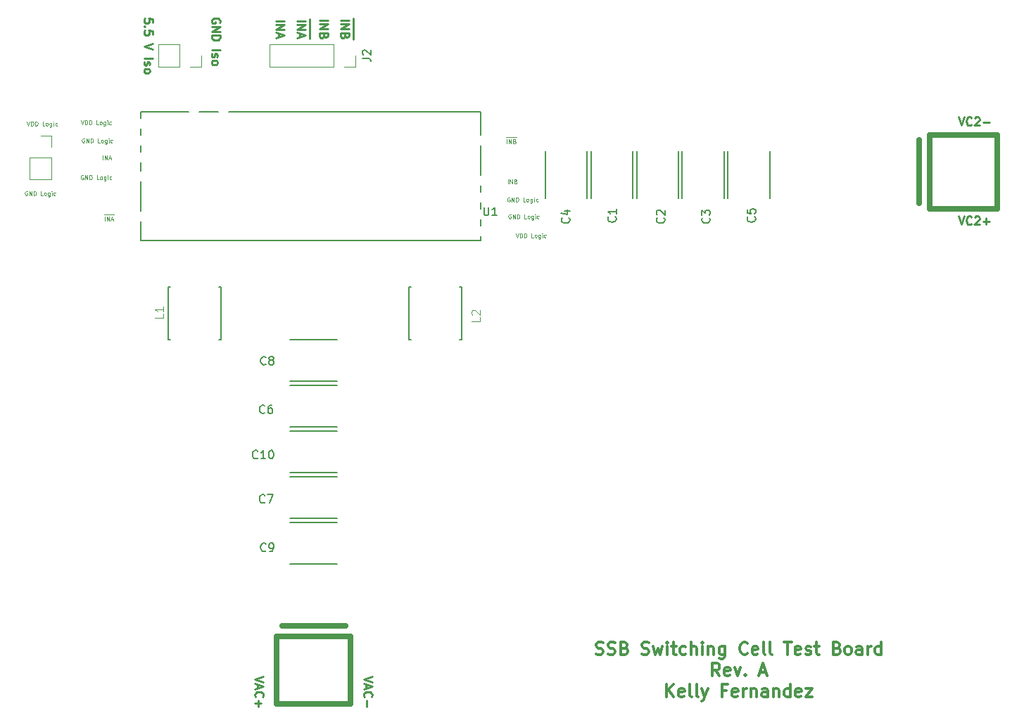
<source format=gbr>
G04 #@! TF.GenerationSoftware,KiCad,Pcbnew,(5.0.0)*
G04 #@! TF.CreationDate,2019-07-23T14:55:15-07:00*
G04 #@! TF.ProjectId,Test Project,546573742050726F6A6563742E6B6963,rev?*
G04 #@! TF.SameCoordinates,Original*
G04 #@! TF.FileFunction,Legend,Top*
G04 #@! TF.FilePolarity,Positive*
%FSLAX46Y46*%
G04 Gerber Fmt 4.6, Leading zero omitted, Abs format (unit mm)*
G04 Created by KiCad (PCBNEW (5.0.0)) date 07/23/19 14:55:15*
%MOMM*%
%LPD*%
G01*
G04 APERTURE LIST*
%ADD10C,0.300000*%
%ADD11C,0.125000*%
%ADD12C,0.250000*%
%ADD13C,0.120000*%
%ADD14C,0.150000*%
%ADD15C,0.635000*%
%ADD16C,0.200000*%
%ADD17C,0.111125*%
G04 APERTURE END LIST*
D10*
X71821428Y9942857D02*
X72035714Y9871428D01*
X72392857Y9871428D01*
X72535714Y9942857D01*
X72607142Y10014285D01*
X72678571Y10157142D01*
X72678571Y10300000D01*
X72607142Y10442857D01*
X72535714Y10514285D01*
X72392857Y10585714D01*
X72107142Y10657142D01*
X71964285Y10728571D01*
X71892857Y10800000D01*
X71821428Y10942857D01*
X71821428Y11085714D01*
X71892857Y11228571D01*
X71964285Y11300000D01*
X72107142Y11371428D01*
X72464285Y11371428D01*
X72678571Y11300000D01*
X73250000Y9942857D02*
X73464285Y9871428D01*
X73821428Y9871428D01*
X73964285Y9942857D01*
X74035714Y10014285D01*
X74107142Y10157142D01*
X74107142Y10300000D01*
X74035714Y10442857D01*
X73964285Y10514285D01*
X73821428Y10585714D01*
X73535714Y10657142D01*
X73392857Y10728571D01*
X73321428Y10800000D01*
X73250000Y10942857D01*
X73250000Y11085714D01*
X73321428Y11228571D01*
X73392857Y11300000D01*
X73535714Y11371428D01*
X73892857Y11371428D01*
X74107142Y11300000D01*
X75250000Y10657142D02*
X75464285Y10585714D01*
X75535714Y10514285D01*
X75607142Y10371428D01*
X75607142Y10157142D01*
X75535714Y10014285D01*
X75464285Y9942857D01*
X75321428Y9871428D01*
X74750000Y9871428D01*
X74750000Y11371428D01*
X75250000Y11371428D01*
X75392857Y11300000D01*
X75464285Y11228571D01*
X75535714Y11085714D01*
X75535714Y10942857D01*
X75464285Y10800000D01*
X75392857Y10728571D01*
X75250000Y10657142D01*
X74750000Y10657142D01*
X77321428Y9942857D02*
X77535714Y9871428D01*
X77892857Y9871428D01*
X78035714Y9942857D01*
X78107142Y10014285D01*
X78178571Y10157142D01*
X78178571Y10300000D01*
X78107142Y10442857D01*
X78035714Y10514285D01*
X77892857Y10585714D01*
X77607142Y10657142D01*
X77464285Y10728571D01*
X77392857Y10800000D01*
X77321428Y10942857D01*
X77321428Y11085714D01*
X77392857Y11228571D01*
X77464285Y11300000D01*
X77607142Y11371428D01*
X77964285Y11371428D01*
X78178571Y11300000D01*
X78678571Y10871428D02*
X78964285Y9871428D01*
X79250000Y10585714D01*
X79535714Y9871428D01*
X79821428Y10871428D01*
X80392857Y9871428D02*
X80392857Y10871428D01*
X80392857Y11371428D02*
X80321428Y11300000D01*
X80392857Y11228571D01*
X80464285Y11300000D01*
X80392857Y11371428D01*
X80392857Y11228571D01*
X80892857Y10871428D02*
X81464285Y10871428D01*
X81107142Y11371428D02*
X81107142Y10085714D01*
X81178571Y9942857D01*
X81321428Y9871428D01*
X81464285Y9871428D01*
X82607142Y9942857D02*
X82464285Y9871428D01*
X82178571Y9871428D01*
X82035714Y9942857D01*
X81964285Y10014285D01*
X81892857Y10157142D01*
X81892857Y10585714D01*
X81964285Y10728571D01*
X82035714Y10800000D01*
X82178571Y10871428D01*
X82464285Y10871428D01*
X82607142Y10800000D01*
X83250000Y9871428D02*
X83250000Y11371428D01*
X83892857Y9871428D02*
X83892857Y10657142D01*
X83821428Y10800000D01*
X83678571Y10871428D01*
X83464285Y10871428D01*
X83321428Y10800000D01*
X83250000Y10728571D01*
X84607142Y9871428D02*
X84607142Y10871428D01*
X84607142Y11371428D02*
X84535714Y11300000D01*
X84607142Y11228571D01*
X84678571Y11300000D01*
X84607142Y11371428D01*
X84607142Y11228571D01*
X85321428Y10871428D02*
X85321428Y9871428D01*
X85321428Y10728571D02*
X85392857Y10800000D01*
X85535714Y10871428D01*
X85750000Y10871428D01*
X85892857Y10800000D01*
X85964285Y10657142D01*
X85964285Y9871428D01*
X87321428Y10871428D02*
X87321428Y9657142D01*
X87250000Y9514285D01*
X87178571Y9442857D01*
X87035714Y9371428D01*
X86821428Y9371428D01*
X86678571Y9442857D01*
X87321428Y9942857D02*
X87178571Y9871428D01*
X86892857Y9871428D01*
X86750000Y9942857D01*
X86678571Y10014285D01*
X86607142Y10157142D01*
X86607142Y10585714D01*
X86678571Y10728571D01*
X86750000Y10800000D01*
X86892857Y10871428D01*
X87178571Y10871428D01*
X87321428Y10800000D01*
X90035714Y10014285D02*
X89964285Y9942857D01*
X89750000Y9871428D01*
X89607142Y9871428D01*
X89392857Y9942857D01*
X89250000Y10085714D01*
X89178571Y10228571D01*
X89107142Y10514285D01*
X89107142Y10728571D01*
X89178571Y11014285D01*
X89250000Y11157142D01*
X89392857Y11300000D01*
X89607142Y11371428D01*
X89750000Y11371428D01*
X89964285Y11300000D01*
X90035714Y11228571D01*
X91250000Y9942857D02*
X91107142Y9871428D01*
X90821428Y9871428D01*
X90678571Y9942857D01*
X90607142Y10085714D01*
X90607142Y10657142D01*
X90678571Y10800000D01*
X90821428Y10871428D01*
X91107142Y10871428D01*
X91250000Y10800000D01*
X91321428Y10657142D01*
X91321428Y10514285D01*
X90607142Y10371428D01*
X92178571Y9871428D02*
X92035714Y9942857D01*
X91964285Y10085714D01*
X91964285Y11371428D01*
X92964285Y9871428D02*
X92821428Y9942857D01*
X92750000Y10085714D01*
X92750000Y11371428D01*
X94464285Y11371428D02*
X95321428Y11371428D01*
X94892857Y9871428D02*
X94892857Y11371428D01*
X96392857Y9942857D02*
X96250000Y9871428D01*
X95964285Y9871428D01*
X95821428Y9942857D01*
X95750000Y10085714D01*
X95750000Y10657142D01*
X95821428Y10800000D01*
X95964285Y10871428D01*
X96250000Y10871428D01*
X96392857Y10800000D01*
X96464285Y10657142D01*
X96464285Y10514285D01*
X95750000Y10371428D01*
X97035714Y9942857D02*
X97178571Y9871428D01*
X97464285Y9871428D01*
X97607142Y9942857D01*
X97678571Y10085714D01*
X97678571Y10157142D01*
X97607142Y10300000D01*
X97464285Y10371428D01*
X97250000Y10371428D01*
X97107142Y10442857D01*
X97035714Y10585714D01*
X97035714Y10657142D01*
X97107142Y10800000D01*
X97250000Y10871428D01*
X97464285Y10871428D01*
X97607142Y10800000D01*
X98107142Y10871428D02*
X98678571Y10871428D01*
X98321428Y11371428D02*
X98321428Y10085714D01*
X98392857Y9942857D01*
X98535714Y9871428D01*
X98678571Y9871428D01*
X100821428Y10657142D02*
X101035714Y10585714D01*
X101107142Y10514285D01*
X101178571Y10371428D01*
X101178571Y10157142D01*
X101107142Y10014285D01*
X101035714Y9942857D01*
X100892857Y9871428D01*
X100321428Y9871428D01*
X100321428Y11371428D01*
X100821428Y11371428D01*
X100964285Y11300000D01*
X101035714Y11228571D01*
X101107142Y11085714D01*
X101107142Y10942857D01*
X101035714Y10800000D01*
X100964285Y10728571D01*
X100821428Y10657142D01*
X100321428Y10657142D01*
X102035714Y9871428D02*
X101892857Y9942857D01*
X101821428Y10014285D01*
X101750000Y10157142D01*
X101750000Y10585714D01*
X101821428Y10728571D01*
X101892857Y10800000D01*
X102035714Y10871428D01*
X102250000Y10871428D01*
X102392857Y10800000D01*
X102464285Y10728571D01*
X102535714Y10585714D01*
X102535714Y10157142D01*
X102464285Y10014285D01*
X102392857Y9942857D01*
X102250000Y9871428D01*
X102035714Y9871428D01*
X103821428Y9871428D02*
X103821428Y10657142D01*
X103750000Y10800000D01*
X103607142Y10871428D01*
X103321428Y10871428D01*
X103178571Y10800000D01*
X103821428Y9942857D02*
X103678571Y9871428D01*
X103321428Y9871428D01*
X103178571Y9942857D01*
X103107142Y10085714D01*
X103107142Y10228571D01*
X103178571Y10371428D01*
X103321428Y10442857D01*
X103678571Y10442857D01*
X103821428Y10514285D01*
X104535714Y9871428D02*
X104535714Y10871428D01*
X104535714Y10585714D02*
X104607142Y10728571D01*
X104678571Y10800000D01*
X104821428Y10871428D01*
X104964285Y10871428D01*
X106107142Y9871428D02*
X106107142Y11371428D01*
X106107142Y9942857D02*
X105964285Y9871428D01*
X105678571Y9871428D01*
X105535714Y9942857D01*
X105464285Y10014285D01*
X105392857Y10157142D01*
X105392857Y10585714D01*
X105464285Y10728571D01*
X105535714Y10800000D01*
X105678571Y10871428D01*
X105964285Y10871428D01*
X106107142Y10800000D01*
X86678571Y7321428D02*
X86178571Y8035714D01*
X85821428Y7321428D02*
X85821428Y8821428D01*
X86392857Y8821428D01*
X86535714Y8750000D01*
X86607142Y8678571D01*
X86678571Y8535714D01*
X86678571Y8321428D01*
X86607142Y8178571D01*
X86535714Y8107142D01*
X86392857Y8035714D01*
X85821428Y8035714D01*
X87892857Y7392857D02*
X87750000Y7321428D01*
X87464285Y7321428D01*
X87321428Y7392857D01*
X87250000Y7535714D01*
X87250000Y8107142D01*
X87321428Y8250000D01*
X87464285Y8321428D01*
X87750000Y8321428D01*
X87892857Y8250000D01*
X87964285Y8107142D01*
X87964285Y7964285D01*
X87250000Y7821428D01*
X88464285Y8321428D02*
X88821428Y7321428D01*
X89178571Y8321428D01*
X89750000Y7464285D02*
X89821428Y7392857D01*
X89750000Y7321428D01*
X89678571Y7392857D01*
X89750000Y7464285D01*
X89750000Y7321428D01*
X91535714Y7750000D02*
X92250000Y7750000D01*
X91392857Y7321428D02*
X91892857Y8821428D01*
X92392857Y7321428D01*
X80321428Y4771428D02*
X80321428Y6271428D01*
X81178571Y4771428D02*
X80535714Y5628571D01*
X81178571Y6271428D02*
X80321428Y5414285D01*
X82392857Y4842857D02*
X82250000Y4771428D01*
X81964285Y4771428D01*
X81821428Y4842857D01*
X81750000Y4985714D01*
X81750000Y5557142D01*
X81821428Y5700000D01*
X81964285Y5771428D01*
X82250000Y5771428D01*
X82392857Y5700000D01*
X82464285Y5557142D01*
X82464285Y5414285D01*
X81750000Y5271428D01*
X83321428Y4771428D02*
X83178571Y4842857D01*
X83107142Y4985714D01*
X83107142Y6271428D01*
X84107142Y4771428D02*
X83964285Y4842857D01*
X83892857Y4985714D01*
X83892857Y6271428D01*
X84535714Y5771428D02*
X84892857Y4771428D01*
X85250000Y5771428D02*
X84892857Y4771428D01*
X84750000Y4414285D01*
X84678571Y4342857D01*
X84535714Y4271428D01*
X87464285Y5557142D02*
X86964285Y5557142D01*
X86964285Y4771428D02*
X86964285Y6271428D01*
X87678571Y6271428D01*
X88821428Y4842857D02*
X88678571Y4771428D01*
X88392857Y4771428D01*
X88250000Y4842857D01*
X88178571Y4985714D01*
X88178571Y5557142D01*
X88250000Y5700000D01*
X88392857Y5771428D01*
X88678571Y5771428D01*
X88821428Y5700000D01*
X88892857Y5557142D01*
X88892857Y5414285D01*
X88178571Y5271428D01*
X89535714Y4771428D02*
X89535714Y5771428D01*
X89535714Y5485714D02*
X89607142Y5628571D01*
X89678571Y5700000D01*
X89821428Y5771428D01*
X89964285Y5771428D01*
X90464285Y5771428D02*
X90464285Y4771428D01*
X90464285Y5628571D02*
X90535714Y5700000D01*
X90678571Y5771428D01*
X90892857Y5771428D01*
X91035714Y5700000D01*
X91107142Y5557142D01*
X91107142Y4771428D01*
X92464285Y4771428D02*
X92464285Y5557142D01*
X92392857Y5700000D01*
X92250000Y5771428D01*
X91964285Y5771428D01*
X91821428Y5700000D01*
X92464285Y4842857D02*
X92321428Y4771428D01*
X91964285Y4771428D01*
X91821428Y4842857D01*
X91750000Y4985714D01*
X91750000Y5128571D01*
X91821428Y5271428D01*
X91964285Y5342857D01*
X92321428Y5342857D01*
X92464285Y5414285D01*
X93178571Y5771428D02*
X93178571Y4771428D01*
X93178571Y5628571D02*
X93250000Y5700000D01*
X93392857Y5771428D01*
X93607142Y5771428D01*
X93750000Y5700000D01*
X93821428Y5557142D01*
X93821428Y4771428D01*
X95178571Y4771428D02*
X95178571Y6271428D01*
X95178571Y4842857D02*
X95035714Y4771428D01*
X94750000Y4771428D01*
X94607142Y4842857D01*
X94535714Y4914285D01*
X94464285Y5057142D01*
X94464285Y5485714D01*
X94535714Y5628571D01*
X94607142Y5700000D01*
X94750000Y5771428D01*
X95035714Y5771428D01*
X95178571Y5700000D01*
X96464285Y4842857D02*
X96321428Y4771428D01*
X96035714Y4771428D01*
X95892857Y4842857D01*
X95821428Y4985714D01*
X95821428Y5557142D01*
X95892857Y5700000D01*
X96035714Y5771428D01*
X96321428Y5771428D01*
X96464285Y5700000D01*
X96535714Y5557142D01*
X96535714Y5414285D01*
X95821428Y5271428D01*
X97035714Y5771428D02*
X97821428Y5771428D01*
X97035714Y4771428D01*
X97821428Y4771428D01*
D11*
X62162761Y60598809D02*
X62329428Y60098809D01*
X62496095Y60598809D01*
X62662761Y60098809D02*
X62662761Y60598809D01*
X62781809Y60598809D01*
X62853238Y60575000D01*
X62900857Y60527380D01*
X62924666Y60479761D01*
X62948476Y60384523D01*
X62948476Y60313095D01*
X62924666Y60217857D01*
X62900857Y60170238D01*
X62853238Y60122619D01*
X62781809Y60098809D01*
X62662761Y60098809D01*
X63162761Y60098809D02*
X63162761Y60598809D01*
X63281809Y60598809D01*
X63353238Y60575000D01*
X63400857Y60527380D01*
X63424666Y60479761D01*
X63448476Y60384523D01*
X63448476Y60313095D01*
X63424666Y60217857D01*
X63400857Y60170238D01*
X63353238Y60122619D01*
X63281809Y60098809D01*
X63162761Y60098809D01*
X64281809Y60098809D02*
X64043714Y60098809D01*
X64043714Y60598809D01*
X64519904Y60098809D02*
X64472285Y60122619D01*
X64448476Y60146428D01*
X64424666Y60194047D01*
X64424666Y60336904D01*
X64448476Y60384523D01*
X64472285Y60408333D01*
X64519904Y60432142D01*
X64591333Y60432142D01*
X64638952Y60408333D01*
X64662761Y60384523D01*
X64686571Y60336904D01*
X64686571Y60194047D01*
X64662761Y60146428D01*
X64638952Y60122619D01*
X64591333Y60098809D01*
X64519904Y60098809D01*
X65115142Y60432142D02*
X65115142Y60027380D01*
X65091333Y59979761D01*
X65067523Y59955952D01*
X65019904Y59932142D01*
X64948476Y59932142D01*
X64900857Y59955952D01*
X65115142Y60122619D02*
X65067523Y60098809D01*
X64972285Y60098809D01*
X64924666Y60122619D01*
X64900857Y60146428D01*
X64877047Y60194047D01*
X64877047Y60336904D01*
X64900857Y60384523D01*
X64924666Y60408333D01*
X64972285Y60432142D01*
X65067523Y60432142D01*
X65115142Y60408333D01*
X65353238Y60098809D02*
X65353238Y60432142D01*
X65353238Y60598809D02*
X65329428Y60575000D01*
X65353238Y60551190D01*
X65377047Y60575000D01*
X65353238Y60598809D01*
X65353238Y60551190D01*
X65805619Y60122619D02*
X65758000Y60098809D01*
X65662761Y60098809D01*
X65615142Y60122619D01*
X65591333Y60146428D01*
X65567523Y60194047D01*
X65567523Y60336904D01*
X65591333Y60384523D01*
X65615142Y60408333D01*
X65662761Y60432142D01*
X65758000Y60432142D01*
X65805619Y60408333D01*
X61432476Y64893000D02*
X61384857Y64916809D01*
X61313428Y64916809D01*
X61242000Y64893000D01*
X61194380Y64845380D01*
X61170571Y64797761D01*
X61146761Y64702523D01*
X61146761Y64631095D01*
X61170571Y64535857D01*
X61194380Y64488238D01*
X61242000Y64440619D01*
X61313428Y64416809D01*
X61361047Y64416809D01*
X61432476Y64440619D01*
X61456285Y64464428D01*
X61456285Y64631095D01*
X61361047Y64631095D01*
X61670571Y64416809D02*
X61670571Y64916809D01*
X61956285Y64416809D01*
X61956285Y64916809D01*
X62194380Y64416809D02*
X62194380Y64916809D01*
X62313428Y64916809D01*
X62384857Y64893000D01*
X62432476Y64845380D01*
X62456285Y64797761D01*
X62480095Y64702523D01*
X62480095Y64631095D01*
X62456285Y64535857D01*
X62432476Y64488238D01*
X62384857Y64440619D01*
X62313428Y64416809D01*
X62194380Y64416809D01*
X63313428Y64416809D02*
X63075333Y64416809D01*
X63075333Y64916809D01*
X63551523Y64416809D02*
X63503904Y64440619D01*
X63480095Y64464428D01*
X63456285Y64512047D01*
X63456285Y64654904D01*
X63480095Y64702523D01*
X63503904Y64726333D01*
X63551523Y64750142D01*
X63622952Y64750142D01*
X63670571Y64726333D01*
X63694380Y64702523D01*
X63718190Y64654904D01*
X63718190Y64512047D01*
X63694380Y64464428D01*
X63670571Y64440619D01*
X63622952Y64416809D01*
X63551523Y64416809D01*
X64146761Y64750142D02*
X64146761Y64345380D01*
X64122952Y64297761D01*
X64099142Y64273952D01*
X64051523Y64250142D01*
X63980095Y64250142D01*
X63932476Y64273952D01*
X64146761Y64440619D02*
X64099142Y64416809D01*
X64003904Y64416809D01*
X63956285Y64440619D01*
X63932476Y64464428D01*
X63908666Y64512047D01*
X63908666Y64654904D01*
X63932476Y64702523D01*
X63956285Y64726333D01*
X64003904Y64750142D01*
X64099142Y64750142D01*
X64146761Y64726333D01*
X64384857Y64416809D02*
X64384857Y64750142D01*
X64384857Y64916809D02*
X64361047Y64893000D01*
X64384857Y64869190D01*
X64408666Y64893000D01*
X64384857Y64916809D01*
X64384857Y64869190D01*
X64837238Y64440619D02*
X64789619Y64416809D01*
X64694380Y64416809D01*
X64646761Y64440619D01*
X64622952Y64464428D01*
X64599142Y64512047D01*
X64599142Y64654904D01*
X64622952Y64702523D01*
X64646761Y64726333D01*
X64694380Y64750142D01*
X64789619Y64750142D01*
X64837238Y64726333D01*
X61559476Y62861000D02*
X61511857Y62884809D01*
X61440428Y62884809D01*
X61369000Y62861000D01*
X61321380Y62813380D01*
X61297571Y62765761D01*
X61273761Y62670523D01*
X61273761Y62599095D01*
X61297571Y62503857D01*
X61321380Y62456238D01*
X61369000Y62408619D01*
X61440428Y62384809D01*
X61488047Y62384809D01*
X61559476Y62408619D01*
X61583285Y62432428D01*
X61583285Y62599095D01*
X61488047Y62599095D01*
X61797571Y62384809D02*
X61797571Y62884809D01*
X62083285Y62384809D01*
X62083285Y62884809D01*
X62321380Y62384809D02*
X62321380Y62884809D01*
X62440428Y62884809D01*
X62511857Y62861000D01*
X62559476Y62813380D01*
X62583285Y62765761D01*
X62607095Y62670523D01*
X62607095Y62599095D01*
X62583285Y62503857D01*
X62559476Y62456238D01*
X62511857Y62408619D01*
X62440428Y62384809D01*
X62321380Y62384809D01*
X63440428Y62384809D02*
X63202333Y62384809D01*
X63202333Y62884809D01*
X63678523Y62384809D02*
X63630904Y62408619D01*
X63607095Y62432428D01*
X63583285Y62480047D01*
X63583285Y62622904D01*
X63607095Y62670523D01*
X63630904Y62694333D01*
X63678523Y62718142D01*
X63749952Y62718142D01*
X63797571Y62694333D01*
X63821380Y62670523D01*
X63845190Y62622904D01*
X63845190Y62480047D01*
X63821380Y62432428D01*
X63797571Y62408619D01*
X63749952Y62384809D01*
X63678523Y62384809D01*
X64273761Y62718142D02*
X64273761Y62313380D01*
X64249952Y62265761D01*
X64226142Y62241952D01*
X64178523Y62218142D01*
X64107095Y62218142D01*
X64059476Y62241952D01*
X64273761Y62408619D02*
X64226142Y62384809D01*
X64130904Y62384809D01*
X64083285Y62408619D01*
X64059476Y62432428D01*
X64035666Y62480047D01*
X64035666Y62622904D01*
X64059476Y62670523D01*
X64083285Y62694333D01*
X64130904Y62718142D01*
X64226142Y62718142D01*
X64273761Y62694333D01*
X64511857Y62384809D02*
X64511857Y62718142D01*
X64511857Y62884809D02*
X64488047Y62861000D01*
X64511857Y62837190D01*
X64535666Y62861000D01*
X64511857Y62884809D01*
X64511857Y62837190D01*
X64964238Y62408619D02*
X64916619Y62384809D01*
X64821380Y62384809D01*
X64773761Y62408619D01*
X64749952Y62432428D01*
X64726142Y62480047D01*
X64726142Y62622904D01*
X64749952Y62670523D01*
X64773761Y62694333D01*
X64821380Y62718142D01*
X64916619Y62718142D01*
X64964238Y62694333D01*
X61210095Y66575809D02*
X61210095Y67075809D01*
X61448190Y66575809D02*
X61448190Y67075809D01*
X61733904Y66575809D01*
X61733904Y67075809D01*
X62138666Y66837714D02*
X62210095Y66813904D01*
X62233904Y66790095D01*
X62257714Y66742476D01*
X62257714Y66671047D01*
X62233904Y66623428D01*
X62210095Y66599619D01*
X62162476Y66575809D01*
X61972000Y66575809D01*
X61972000Y67075809D01*
X62138666Y67075809D01*
X62186285Y67052000D01*
X62210095Y67028190D01*
X62233904Y66980571D01*
X62233904Y66932952D01*
X62210095Y66885333D01*
X62186285Y66861523D01*
X62138666Y66837714D01*
X61972000Y66837714D01*
X60964047Y72150500D02*
X61202142Y72150500D01*
X61083095Y71401809D02*
X61083095Y71901809D01*
X61202142Y72150500D02*
X61725952Y72150500D01*
X61321190Y71401809D02*
X61321190Y71901809D01*
X61606904Y71401809D01*
X61606904Y71901809D01*
X61725952Y72150500D02*
X62225952Y72150500D01*
X62011666Y71663714D02*
X62083095Y71639904D01*
X62106904Y71616095D01*
X62130714Y71568476D01*
X62130714Y71497047D01*
X62106904Y71449428D01*
X62083095Y71425619D01*
X62035476Y71401809D01*
X61845000Y71401809D01*
X61845000Y71901809D01*
X62011666Y71901809D01*
X62059285Y71878000D01*
X62083095Y71854190D01*
X62106904Y71806571D01*
X62106904Y71758952D01*
X62083095Y71711333D01*
X62059285Y71687523D01*
X62011666Y71663714D01*
X61845000Y71663714D01*
X12612761Y62879500D02*
X12850857Y62879500D01*
X12731809Y62130809D02*
X12731809Y62630809D01*
X12850857Y62879500D02*
X13374666Y62879500D01*
X12969904Y62130809D02*
X12969904Y62630809D01*
X13255619Y62130809D01*
X13255619Y62630809D01*
X13374666Y62879500D02*
X13803238Y62879500D01*
X13469904Y62273666D02*
X13708000Y62273666D01*
X13422285Y62130809D02*
X13588952Y62630809D01*
X13755619Y62130809D01*
X12477809Y69496809D02*
X12477809Y69996809D01*
X12715904Y69496809D02*
X12715904Y69996809D01*
X13001619Y69496809D01*
X13001619Y69996809D01*
X13215904Y69639666D02*
X13454000Y69639666D01*
X13168285Y69496809D02*
X13334952Y69996809D01*
X13501619Y69496809D01*
X10251476Y72005000D02*
X10203857Y72028809D01*
X10132428Y72028809D01*
X10061000Y72005000D01*
X10013380Y71957380D01*
X9989571Y71909761D01*
X9965761Y71814523D01*
X9965761Y71743095D01*
X9989571Y71647857D01*
X10013380Y71600238D01*
X10061000Y71552619D01*
X10132428Y71528809D01*
X10180047Y71528809D01*
X10251476Y71552619D01*
X10275285Y71576428D01*
X10275285Y71743095D01*
X10180047Y71743095D01*
X10489571Y71528809D02*
X10489571Y72028809D01*
X10775285Y71528809D01*
X10775285Y72028809D01*
X11013380Y71528809D02*
X11013380Y72028809D01*
X11132428Y72028809D01*
X11203857Y72005000D01*
X11251476Y71957380D01*
X11275285Y71909761D01*
X11299095Y71814523D01*
X11299095Y71743095D01*
X11275285Y71647857D01*
X11251476Y71600238D01*
X11203857Y71552619D01*
X11132428Y71528809D01*
X11013380Y71528809D01*
X12132428Y71528809D02*
X11894333Y71528809D01*
X11894333Y72028809D01*
X12370523Y71528809D02*
X12322904Y71552619D01*
X12299095Y71576428D01*
X12275285Y71624047D01*
X12275285Y71766904D01*
X12299095Y71814523D01*
X12322904Y71838333D01*
X12370523Y71862142D01*
X12441952Y71862142D01*
X12489571Y71838333D01*
X12513380Y71814523D01*
X12537190Y71766904D01*
X12537190Y71624047D01*
X12513380Y71576428D01*
X12489571Y71552619D01*
X12441952Y71528809D01*
X12370523Y71528809D01*
X12965761Y71862142D02*
X12965761Y71457380D01*
X12941952Y71409761D01*
X12918142Y71385952D01*
X12870523Y71362142D01*
X12799095Y71362142D01*
X12751476Y71385952D01*
X12965761Y71552619D02*
X12918142Y71528809D01*
X12822904Y71528809D01*
X12775285Y71552619D01*
X12751476Y71576428D01*
X12727666Y71624047D01*
X12727666Y71766904D01*
X12751476Y71814523D01*
X12775285Y71838333D01*
X12822904Y71862142D01*
X12918142Y71862142D01*
X12965761Y71838333D01*
X13203857Y71528809D02*
X13203857Y71862142D01*
X13203857Y72028809D02*
X13180047Y72005000D01*
X13203857Y71981190D01*
X13227666Y72005000D01*
X13203857Y72028809D01*
X13203857Y71981190D01*
X13656238Y71552619D02*
X13608619Y71528809D01*
X13513380Y71528809D01*
X13465761Y71552619D01*
X13441952Y71576428D01*
X13418142Y71624047D01*
X13418142Y71766904D01*
X13441952Y71814523D01*
X13465761Y71838333D01*
X13513380Y71862142D01*
X13608619Y71862142D01*
X13656238Y71838333D01*
X10124476Y67560000D02*
X10076857Y67583809D01*
X10005428Y67583809D01*
X9934000Y67560000D01*
X9886380Y67512380D01*
X9862571Y67464761D01*
X9838761Y67369523D01*
X9838761Y67298095D01*
X9862571Y67202857D01*
X9886380Y67155238D01*
X9934000Y67107619D01*
X10005428Y67083809D01*
X10053047Y67083809D01*
X10124476Y67107619D01*
X10148285Y67131428D01*
X10148285Y67298095D01*
X10053047Y67298095D01*
X10362571Y67083809D02*
X10362571Y67583809D01*
X10648285Y67083809D01*
X10648285Y67583809D01*
X10886380Y67083809D02*
X10886380Y67583809D01*
X11005428Y67583809D01*
X11076857Y67560000D01*
X11124476Y67512380D01*
X11148285Y67464761D01*
X11172095Y67369523D01*
X11172095Y67298095D01*
X11148285Y67202857D01*
X11124476Y67155238D01*
X11076857Y67107619D01*
X11005428Y67083809D01*
X10886380Y67083809D01*
X12005428Y67083809D02*
X11767333Y67083809D01*
X11767333Y67583809D01*
X12243523Y67083809D02*
X12195904Y67107619D01*
X12172095Y67131428D01*
X12148285Y67179047D01*
X12148285Y67321904D01*
X12172095Y67369523D01*
X12195904Y67393333D01*
X12243523Y67417142D01*
X12314952Y67417142D01*
X12362571Y67393333D01*
X12386380Y67369523D01*
X12410190Y67321904D01*
X12410190Y67179047D01*
X12386380Y67131428D01*
X12362571Y67107619D01*
X12314952Y67083809D01*
X12243523Y67083809D01*
X12838761Y67417142D02*
X12838761Y67012380D01*
X12814952Y66964761D01*
X12791142Y66940952D01*
X12743523Y66917142D01*
X12672095Y66917142D01*
X12624476Y66940952D01*
X12838761Y67107619D02*
X12791142Y67083809D01*
X12695904Y67083809D01*
X12648285Y67107619D01*
X12624476Y67131428D01*
X12600666Y67179047D01*
X12600666Y67321904D01*
X12624476Y67369523D01*
X12648285Y67393333D01*
X12695904Y67417142D01*
X12791142Y67417142D01*
X12838761Y67393333D01*
X13076857Y67083809D02*
X13076857Y67417142D01*
X13076857Y67583809D02*
X13053047Y67560000D01*
X13076857Y67536190D01*
X13100666Y67560000D01*
X13076857Y67583809D01*
X13076857Y67536190D01*
X13529238Y67107619D02*
X13481619Y67083809D01*
X13386380Y67083809D01*
X13338761Y67107619D01*
X13314952Y67131428D01*
X13291142Y67179047D01*
X13291142Y67321904D01*
X13314952Y67369523D01*
X13338761Y67393333D01*
X13386380Y67417142D01*
X13481619Y67417142D01*
X13529238Y67393333D01*
X9838761Y74187809D02*
X10005428Y73687809D01*
X10172095Y74187809D01*
X10338761Y73687809D02*
X10338761Y74187809D01*
X10457809Y74187809D01*
X10529238Y74164000D01*
X10576857Y74116380D01*
X10600666Y74068761D01*
X10624476Y73973523D01*
X10624476Y73902095D01*
X10600666Y73806857D01*
X10576857Y73759238D01*
X10529238Y73711619D01*
X10457809Y73687809D01*
X10338761Y73687809D01*
X10838761Y73687809D02*
X10838761Y74187809D01*
X10957809Y74187809D01*
X11029238Y74164000D01*
X11076857Y74116380D01*
X11100666Y74068761D01*
X11124476Y73973523D01*
X11124476Y73902095D01*
X11100666Y73806857D01*
X11076857Y73759238D01*
X11029238Y73711619D01*
X10957809Y73687809D01*
X10838761Y73687809D01*
X11957809Y73687809D02*
X11719714Y73687809D01*
X11719714Y74187809D01*
X12195904Y73687809D02*
X12148285Y73711619D01*
X12124476Y73735428D01*
X12100666Y73783047D01*
X12100666Y73925904D01*
X12124476Y73973523D01*
X12148285Y73997333D01*
X12195904Y74021142D01*
X12267333Y74021142D01*
X12314952Y73997333D01*
X12338761Y73973523D01*
X12362571Y73925904D01*
X12362571Y73783047D01*
X12338761Y73735428D01*
X12314952Y73711619D01*
X12267333Y73687809D01*
X12195904Y73687809D01*
X12791142Y74021142D02*
X12791142Y73616380D01*
X12767333Y73568761D01*
X12743523Y73544952D01*
X12695904Y73521142D01*
X12624476Y73521142D01*
X12576857Y73544952D01*
X12791142Y73711619D02*
X12743523Y73687809D01*
X12648285Y73687809D01*
X12600666Y73711619D01*
X12576857Y73735428D01*
X12553047Y73783047D01*
X12553047Y73925904D01*
X12576857Y73973523D01*
X12600666Y73997333D01*
X12648285Y74021142D01*
X12743523Y74021142D01*
X12791142Y73997333D01*
X13029238Y73687809D02*
X13029238Y74021142D01*
X13029238Y74187809D02*
X13005428Y74164000D01*
X13029238Y74140190D01*
X13053047Y74164000D01*
X13029238Y74187809D01*
X13029238Y74140190D01*
X13481619Y73711619D02*
X13434000Y73687809D01*
X13338761Y73687809D01*
X13291142Y73711619D01*
X13267333Y73735428D01*
X13243523Y73783047D01*
X13243523Y73925904D01*
X13267333Y73973523D01*
X13291142Y73997333D01*
X13338761Y74021142D01*
X13434000Y74021142D01*
X13481619Y73997333D01*
X3393476Y65655000D02*
X3345857Y65678809D01*
X3274428Y65678809D01*
X3203000Y65655000D01*
X3155380Y65607380D01*
X3131571Y65559761D01*
X3107761Y65464523D01*
X3107761Y65393095D01*
X3131571Y65297857D01*
X3155380Y65250238D01*
X3203000Y65202619D01*
X3274428Y65178809D01*
X3322047Y65178809D01*
X3393476Y65202619D01*
X3417285Y65226428D01*
X3417285Y65393095D01*
X3322047Y65393095D01*
X3631571Y65178809D02*
X3631571Y65678809D01*
X3917285Y65178809D01*
X3917285Y65678809D01*
X4155380Y65178809D02*
X4155380Y65678809D01*
X4274428Y65678809D01*
X4345857Y65655000D01*
X4393476Y65607380D01*
X4417285Y65559761D01*
X4441095Y65464523D01*
X4441095Y65393095D01*
X4417285Y65297857D01*
X4393476Y65250238D01*
X4345857Y65202619D01*
X4274428Y65178809D01*
X4155380Y65178809D01*
X5274428Y65178809D02*
X5036333Y65178809D01*
X5036333Y65678809D01*
X5512523Y65178809D02*
X5464904Y65202619D01*
X5441095Y65226428D01*
X5417285Y65274047D01*
X5417285Y65416904D01*
X5441095Y65464523D01*
X5464904Y65488333D01*
X5512523Y65512142D01*
X5583952Y65512142D01*
X5631571Y65488333D01*
X5655380Y65464523D01*
X5679190Y65416904D01*
X5679190Y65274047D01*
X5655380Y65226428D01*
X5631571Y65202619D01*
X5583952Y65178809D01*
X5512523Y65178809D01*
X6107761Y65512142D02*
X6107761Y65107380D01*
X6083952Y65059761D01*
X6060142Y65035952D01*
X6012523Y65012142D01*
X5941095Y65012142D01*
X5893476Y65035952D01*
X6107761Y65202619D02*
X6060142Y65178809D01*
X5964904Y65178809D01*
X5917285Y65202619D01*
X5893476Y65226428D01*
X5869666Y65274047D01*
X5869666Y65416904D01*
X5893476Y65464523D01*
X5917285Y65488333D01*
X5964904Y65512142D01*
X6060142Y65512142D01*
X6107761Y65488333D01*
X6345857Y65178809D02*
X6345857Y65512142D01*
X6345857Y65678809D02*
X6322047Y65655000D01*
X6345857Y65631190D01*
X6369666Y65655000D01*
X6345857Y65678809D01*
X6345857Y65631190D01*
X6798238Y65202619D02*
X6750619Y65178809D01*
X6655380Y65178809D01*
X6607761Y65202619D01*
X6583952Y65226428D01*
X6560142Y65274047D01*
X6560142Y65416904D01*
X6583952Y65464523D01*
X6607761Y65488333D01*
X6655380Y65512142D01*
X6750619Y65512142D01*
X6798238Y65488333D01*
X3361761Y74060809D02*
X3528428Y73560809D01*
X3695095Y74060809D01*
X3861761Y73560809D02*
X3861761Y74060809D01*
X3980809Y74060809D01*
X4052238Y74037000D01*
X4099857Y73989380D01*
X4123666Y73941761D01*
X4147476Y73846523D01*
X4147476Y73775095D01*
X4123666Y73679857D01*
X4099857Y73632238D01*
X4052238Y73584619D01*
X3980809Y73560809D01*
X3861761Y73560809D01*
X4361761Y73560809D02*
X4361761Y74060809D01*
X4480809Y74060809D01*
X4552238Y74037000D01*
X4599857Y73989380D01*
X4623666Y73941761D01*
X4647476Y73846523D01*
X4647476Y73775095D01*
X4623666Y73679857D01*
X4599857Y73632238D01*
X4552238Y73584619D01*
X4480809Y73560809D01*
X4361761Y73560809D01*
X5480809Y73560809D02*
X5242714Y73560809D01*
X5242714Y74060809D01*
X5718904Y73560809D02*
X5671285Y73584619D01*
X5647476Y73608428D01*
X5623666Y73656047D01*
X5623666Y73798904D01*
X5647476Y73846523D01*
X5671285Y73870333D01*
X5718904Y73894142D01*
X5790333Y73894142D01*
X5837952Y73870333D01*
X5861761Y73846523D01*
X5885571Y73798904D01*
X5885571Y73656047D01*
X5861761Y73608428D01*
X5837952Y73584619D01*
X5790333Y73560809D01*
X5718904Y73560809D01*
X6314142Y73894142D02*
X6314142Y73489380D01*
X6290333Y73441761D01*
X6266523Y73417952D01*
X6218904Y73394142D01*
X6147476Y73394142D01*
X6099857Y73417952D01*
X6314142Y73584619D02*
X6266523Y73560809D01*
X6171285Y73560809D01*
X6123666Y73584619D01*
X6099857Y73608428D01*
X6076047Y73656047D01*
X6076047Y73798904D01*
X6099857Y73846523D01*
X6123666Y73870333D01*
X6171285Y73894142D01*
X6266523Y73894142D01*
X6314142Y73870333D01*
X6552238Y73560809D02*
X6552238Y73894142D01*
X6552238Y74060809D02*
X6528428Y74037000D01*
X6552238Y74013190D01*
X6576047Y74037000D01*
X6552238Y74060809D01*
X6552238Y74013190D01*
X7004619Y73584619D02*
X6957000Y73560809D01*
X6861761Y73560809D01*
X6814142Y73584619D01*
X6790333Y73608428D01*
X6766523Y73656047D01*
X6766523Y73798904D01*
X6790333Y73846523D01*
X6814142Y73870333D01*
X6861761Y73894142D01*
X6957000Y73894142D01*
X7004619Y73870333D01*
D12*
X115419428Y62650619D02*
X115752761Y61650619D01*
X116086095Y62650619D01*
X116990857Y61745857D02*
X116943238Y61698238D01*
X116800380Y61650619D01*
X116705142Y61650619D01*
X116562285Y61698238D01*
X116467047Y61793476D01*
X116419428Y61888714D01*
X116371809Y62079190D01*
X116371809Y62222047D01*
X116419428Y62412523D01*
X116467047Y62507761D01*
X116562285Y62603000D01*
X116705142Y62650619D01*
X116800380Y62650619D01*
X116943238Y62603000D01*
X116990857Y62555380D01*
X117371809Y62555380D02*
X117419428Y62603000D01*
X117514666Y62650619D01*
X117752761Y62650619D01*
X117848000Y62603000D01*
X117895619Y62555380D01*
X117943238Y62460142D01*
X117943238Y62364904D01*
X117895619Y62222047D01*
X117324190Y61650619D01*
X117943238Y61650619D01*
X118371809Y62031571D02*
X119133714Y62031571D01*
X118752761Y61650619D02*
X118752761Y62412523D01*
X115419428Y74588619D02*
X115752761Y73588619D01*
X116086095Y74588619D01*
X116990857Y73683857D02*
X116943238Y73636238D01*
X116800380Y73588619D01*
X116705142Y73588619D01*
X116562285Y73636238D01*
X116467047Y73731476D01*
X116419428Y73826714D01*
X116371809Y74017190D01*
X116371809Y74160047D01*
X116419428Y74350523D01*
X116467047Y74445761D01*
X116562285Y74541000D01*
X116705142Y74588619D01*
X116800380Y74588619D01*
X116943238Y74541000D01*
X116990857Y74493380D01*
X117371809Y74493380D02*
X117419428Y74541000D01*
X117514666Y74588619D01*
X117752761Y74588619D01*
X117848000Y74541000D01*
X117895619Y74493380D01*
X117943238Y74398142D01*
X117943238Y74302904D01*
X117895619Y74160047D01*
X117324190Y73588619D01*
X117943238Y73588619D01*
X118371809Y73969571D02*
X119133714Y73969571D01*
X44870619Y7214952D02*
X43870619Y6881619D01*
X44870619Y6548285D01*
X44156333Y6262571D02*
X44156333Y5786380D01*
X43870619Y6357809D02*
X44870619Y6024476D01*
X43870619Y5691142D01*
X43965857Y4786380D02*
X43918238Y4834000D01*
X43870619Y4976857D01*
X43870619Y5072095D01*
X43918238Y5214952D01*
X44013476Y5310190D01*
X44108714Y5357809D01*
X44299190Y5405428D01*
X44442047Y5405428D01*
X44632523Y5357809D01*
X44727761Y5310190D01*
X44823000Y5214952D01*
X44870619Y5072095D01*
X44870619Y4976857D01*
X44823000Y4834000D01*
X44775380Y4786380D01*
X44251571Y4357809D02*
X44251571Y3595904D01*
X31789619Y7214952D02*
X30789619Y6881619D01*
X31789619Y6548285D01*
X31075333Y6262571D02*
X31075333Y5786380D01*
X30789619Y6357809D02*
X31789619Y6024476D01*
X30789619Y5691142D01*
X30884857Y4786380D02*
X30837238Y4834000D01*
X30789619Y4976857D01*
X30789619Y5072095D01*
X30837238Y5214952D01*
X30932476Y5310190D01*
X31027714Y5357809D01*
X31218190Y5405428D01*
X31361047Y5405428D01*
X31551523Y5357809D01*
X31646761Y5310190D01*
X31742000Y5214952D01*
X31789619Y5072095D01*
X31789619Y4976857D01*
X31742000Y4834000D01*
X31694380Y4786380D01*
X31170571Y4357809D02*
X31170571Y3595904D01*
X30789619Y3976857D02*
X31551523Y3976857D01*
X42574000Y86478904D02*
X42574000Y86002714D01*
X41076619Y86240809D02*
X42076619Y86240809D01*
X42574000Y86002714D02*
X42574000Y84955095D01*
X41076619Y85764619D02*
X42076619Y85764619D01*
X41076619Y85193190D01*
X42076619Y85193190D01*
X42574000Y84955095D02*
X42574000Y83955095D01*
X41600428Y84383666D02*
X41552809Y84240809D01*
X41505190Y84193190D01*
X41409952Y84145571D01*
X41267095Y84145571D01*
X41171857Y84193190D01*
X41124238Y84240809D01*
X41076619Y84336047D01*
X41076619Y84717000D01*
X42076619Y84717000D01*
X42076619Y84383666D01*
X42029000Y84288428D01*
X41981380Y84240809D01*
X41886142Y84193190D01*
X41790904Y84193190D01*
X41695666Y84240809D01*
X41648047Y84288428D01*
X41600428Y84383666D01*
X41600428Y84717000D01*
X38536619Y86240809D02*
X39536619Y86240809D01*
X38536619Y85764619D02*
X39536619Y85764619D01*
X38536619Y85193190D01*
X39536619Y85193190D01*
X39060428Y84383666D02*
X39012809Y84240809D01*
X38965190Y84193190D01*
X38869952Y84145571D01*
X38727095Y84145571D01*
X38631857Y84193190D01*
X38584238Y84240809D01*
X38536619Y84336047D01*
X38536619Y84717000D01*
X39536619Y84717000D01*
X39536619Y84383666D01*
X39489000Y84288428D01*
X39441380Y84240809D01*
X39346142Y84193190D01*
X39250904Y84193190D01*
X39155666Y84240809D01*
X39108047Y84288428D01*
X39060428Y84383666D01*
X39060428Y84717000D01*
X37367000Y86407476D02*
X37367000Y85931285D01*
X35869619Y86169380D02*
X36869619Y86169380D01*
X37367000Y85931285D02*
X37367000Y84883666D01*
X35869619Y85693190D02*
X36869619Y85693190D01*
X35869619Y85121761D01*
X36869619Y85121761D01*
X37367000Y84883666D02*
X37367000Y84026523D01*
X36155333Y84693190D02*
X36155333Y84217000D01*
X35869619Y84788428D02*
X36869619Y84455095D01*
X35869619Y84121761D01*
X33329619Y86169380D02*
X34329619Y86169380D01*
X33329619Y85693190D02*
X34329619Y85693190D01*
X33329619Y85121761D01*
X34329619Y85121761D01*
X33615333Y84693190D02*
X33615333Y84217000D01*
X33329619Y84788428D02*
X34329619Y84455095D01*
X33329619Y84121761D01*
X26535000Y85931095D02*
X26582619Y86026333D01*
X26582619Y86169190D01*
X26535000Y86312047D01*
X26439761Y86407285D01*
X26344523Y86454904D01*
X26154047Y86502523D01*
X26011190Y86502523D01*
X25820714Y86454904D01*
X25725476Y86407285D01*
X25630238Y86312047D01*
X25582619Y86169190D01*
X25582619Y86073952D01*
X25630238Y85931095D01*
X25677857Y85883476D01*
X26011190Y85883476D01*
X26011190Y86073952D01*
X25582619Y85454904D02*
X26582619Y85454904D01*
X25582619Y84883476D01*
X26582619Y84883476D01*
X25582619Y84407285D02*
X26582619Y84407285D01*
X26582619Y84169190D01*
X26535000Y84026333D01*
X26439761Y83931095D01*
X26344523Y83883476D01*
X26154047Y83835857D01*
X26011190Y83835857D01*
X25820714Y83883476D01*
X25725476Y83931095D01*
X25630238Y84026333D01*
X25582619Y84169190D01*
X25582619Y84407285D01*
X25582619Y82645380D02*
X26582619Y82645380D01*
X25630238Y82216809D02*
X25582619Y82121571D01*
X25582619Y81931095D01*
X25630238Y81835857D01*
X25725476Y81788238D01*
X25773095Y81788238D01*
X25868333Y81835857D01*
X25915952Y81931095D01*
X25915952Y82073952D01*
X25963571Y82169190D01*
X26058809Y82216809D01*
X26106428Y82216809D01*
X26201666Y82169190D01*
X26249285Y82073952D01*
X26249285Y81931095D01*
X26201666Y81835857D01*
X25582619Y81216809D02*
X25630238Y81312047D01*
X25677857Y81359666D01*
X25773095Y81407285D01*
X26058809Y81407285D01*
X26154047Y81359666D01*
X26201666Y81312047D01*
X26249285Y81216809D01*
X26249285Y81073952D01*
X26201666Y80978714D01*
X26154047Y80931095D01*
X26058809Y80883476D01*
X25773095Y80883476D01*
X25677857Y80931095D01*
X25630238Y80978714D01*
X25582619Y81073952D01*
X25582619Y81216809D01*
X18454619Y85946904D02*
X18454619Y86423095D01*
X17978428Y86470714D01*
X18026047Y86423095D01*
X18073666Y86327857D01*
X18073666Y86089761D01*
X18026047Y85994523D01*
X17978428Y85946904D01*
X17883190Y85899285D01*
X17645095Y85899285D01*
X17549857Y85946904D01*
X17502238Y85994523D01*
X17454619Y86089761D01*
X17454619Y86327857D01*
X17502238Y86423095D01*
X17549857Y86470714D01*
X17549857Y85470714D02*
X17502238Y85423095D01*
X17454619Y85470714D01*
X17502238Y85518333D01*
X17549857Y85470714D01*
X17454619Y85470714D01*
X18454619Y84518333D02*
X18454619Y84994523D01*
X17978428Y85042142D01*
X18026047Y84994523D01*
X18073666Y84899285D01*
X18073666Y84661190D01*
X18026047Y84565952D01*
X17978428Y84518333D01*
X17883190Y84470714D01*
X17645095Y84470714D01*
X17549857Y84518333D01*
X17502238Y84565952D01*
X17454619Y84661190D01*
X17454619Y84899285D01*
X17502238Y84994523D01*
X17549857Y85042142D01*
X18454619Y83423095D02*
X17454619Y83089761D01*
X18454619Y82756428D01*
X17454619Y81661190D02*
X18454619Y81661190D01*
X17502238Y81232619D02*
X17454619Y81137380D01*
X17454619Y80946904D01*
X17502238Y80851666D01*
X17597476Y80804047D01*
X17645095Y80804047D01*
X17740333Y80851666D01*
X17787952Y80946904D01*
X17787952Y81089761D01*
X17835571Y81185000D01*
X17930809Y81232619D01*
X17978428Y81232619D01*
X18073666Y81185000D01*
X18121285Y81089761D01*
X18121285Y80946904D01*
X18073666Y80851666D01*
X17454619Y80232619D02*
X17502238Y80327857D01*
X17549857Y80375476D01*
X17645095Y80423095D01*
X17930809Y80423095D01*
X18026047Y80375476D01*
X18073666Y80327857D01*
X18121285Y80232619D01*
X18121285Y80089761D01*
X18073666Y79994523D01*
X18026047Y79946904D01*
X17930809Y79899285D01*
X17645095Y79899285D01*
X17549857Y79946904D01*
X17502238Y79994523D01*
X17454619Y80089761D01*
X17454619Y80232619D01*
D13*
G04 #@! TO.C,J5*
X24330000Y82000000D02*
X24330000Y80670000D01*
X24330000Y80670000D02*
X23000000Y80670000D01*
X21730000Y80670000D02*
X19130000Y80670000D01*
X19130000Y83330000D02*
X19130000Y80670000D01*
X21730000Y83330000D02*
X19130000Y83330000D01*
X21730000Y83330000D02*
X21730000Y80670000D01*
G04 #@! TO.C,J3*
X3670000Y69730000D02*
X6330000Y69730000D01*
X3670000Y69730000D02*
X3670000Y67130000D01*
X3670000Y67130000D02*
X6330000Y67130000D01*
X6330000Y69730000D02*
X6330000Y67130000D01*
X6330000Y72330000D02*
X6330000Y71000000D01*
X5000000Y72330000D02*
X6330000Y72330000D01*
D14*
G04 #@! TO.C,C5*
X92695000Y64805000D02*
X92695000Y70505000D01*
X87695000Y64805000D02*
X87695000Y70505000D01*
G04 #@! TO.C,C1*
X71195000Y64805000D02*
X71195000Y70505000D01*
X76195000Y64805000D02*
X76195000Y70505000D01*
G04 #@! TO.C,C3*
X87195000Y64805000D02*
X87195000Y70505000D01*
X82195000Y64805000D02*
X82195000Y70505000D01*
G04 #@! TO.C,C4*
X65695000Y64805000D02*
X65695000Y70505000D01*
X70695000Y64805000D02*
X70695000Y70505000D01*
G04 #@! TO.C,C6*
X35005000Y37305000D02*
X40705000Y37305000D01*
X35005000Y42305000D02*
X40705000Y42305000D01*
G04 #@! TO.C,C7*
X35005000Y31305000D02*
X40705000Y31305000D01*
X35005000Y26305000D02*
X40705000Y26305000D01*
G04 #@! TO.C,C9*
X35005000Y20805000D02*
X40705000Y20805000D01*
X35005000Y25805000D02*
X40705000Y25805000D01*
G04 #@! TO.C,C10*
X35005000Y36805000D02*
X40705000Y36805000D01*
X35005000Y31805000D02*
X40705000Y31805000D01*
G04 #@! TO.C,C2*
X81695000Y64805000D02*
X81695000Y70505000D01*
X76695000Y64805000D02*
X76695000Y70505000D01*
G04 #@! TO.C,C8*
X35005000Y47805000D02*
X40705000Y47805000D01*
X35005000Y42805000D02*
X40705000Y42805000D01*
G04 #@! TO.C,L1*
X20579000Y47825000D02*
X20325000Y47825000D01*
X20579000Y54175000D02*
X20325000Y54175000D01*
X26675000Y47825000D02*
X26421000Y47825000D01*
X26675000Y54175000D02*
X26421000Y54175000D01*
X26675000Y54175000D02*
X26675000Y47825000D01*
X20325000Y54175000D02*
X20325000Y47825000D01*
G04 #@! TO.C,L2*
X55675000Y47825000D02*
X55675000Y54175000D01*
X49325000Y47825000D02*
X49325000Y54175000D01*
X49325000Y47825000D02*
X49579000Y47825000D01*
X49325000Y54175000D02*
X49579000Y54175000D01*
X55421000Y47825000D02*
X55675000Y47825000D01*
X55421000Y54175000D02*
X55675000Y54175000D01*
D13*
G04 #@! TO.C,J2*
X40230000Y83330000D02*
X40230000Y80670000D01*
X40230000Y83330000D02*
X32550000Y83330000D01*
X32550000Y83330000D02*
X32550000Y80670000D01*
X40230000Y80670000D02*
X32550000Y80670000D01*
X42830000Y80670000D02*
X41500000Y80670000D01*
X42830000Y82000000D02*
X42830000Y80670000D01*
D15*
G04 #@! TO.C,J4*
X110650000Y64190000D02*
X110650000Y71810000D01*
X120048000Y72445000D02*
X117000000Y72445000D01*
X120048000Y63555000D02*
X120048000Y72445000D01*
X117000000Y63555000D02*
X120048000Y63555000D01*
X111920000Y72445000D02*
X117000000Y72445000D01*
X111920000Y63555000D02*
X111920000Y72445000D01*
X117000000Y63555000D02*
X111920000Y63555000D01*
G04 #@! TO.C,J1*
X34027000Y13335000D02*
X41647000Y13335000D01*
X42282000Y3937000D02*
X42282000Y6985000D01*
X33392000Y3937000D02*
X42282000Y3937000D01*
X33392000Y6985000D02*
X33392000Y3937000D01*
X42282000Y12065000D02*
X42282000Y6985000D01*
X33392000Y12065000D02*
X42282000Y12065000D01*
X33392000Y6985000D02*
X33392000Y12065000D01*
D16*
G04 #@! TO.C,U1*
X57947000Y60261000D02*
X57947000Y59753000D01*
X57947000Y62293000D02*
X57947000Y61531000D01*
X57947000Y64325000D02*
X57947000Y63563000D01*
X57947000Y66357000D02*
X57947000Y65595000D01*
X57947000Y71183000D02*
X57947000Y67627000D01*
X24038000Y75247000D02*
X26324000Y75247000D01*
X17053000Y75247000D02*
X22768000Y75247000D01*
X17053000Y62039000D02*
X17053000Y59753000D01*
X17053000Y75247000D02*
X17053000Y74485000D01*
X17053000Y73215000D02*
X17053000Y72453000D01*
X17053000Y71183000D02*
X17053000Y70421000D01*
X17053000Y69151000D02*
X17053000Y68135000D01*
X17053000Y59753000D02*
X57947000Y59753000D01*
X57947000Y72453000D02*
X57947000Y75247000D01*
X27594000Y75247000D02*
X57947000Y75247000D01*
X17053000Y63309000D02*
X17053000Y66849000D01*
G04 #@! TO.C,C5*
D14*
X90908142Y62571333D02*
X90955761Y62523714D01*
X91003380Y62380857D01*
X91003380Y62285619D01*
X90955761Y62142761D01*
X90860523Y62047523D01*
X90765285Y61999904D01*
X90574809Y61952285D01*
X90431952Y61952285D01*
X90241476Y61999904D01*
X90146238Y62047523D01*
X90051000Y62142761D01*
X90003380Y62285619D01*
X90003380Y62380857D01*
X90051000Y62523714D01*
X90098619Y62571333D01*
X90003380Y63476095D02*
X90003380Y62999904D01*
X90479571Y62952285D01*
X90431952Y62999904D01*
X90384333Y63095142D01*
X90384333Y63333238D01*
X90431952Y63428476D01*
X90479571Y63476095D01*
X90574809Y63523714D01*
X90812904Y63523714D01*
X90908142Y63476095D01*
X90955761Y63428476D01*
X91003380Y63333238D01*
X91003380Y63095142D01*
X90955761Y62999904D01*
X90908142Y62952285D01*
G04 #@! TO.C,C1*
X74144142Y62571333D02*
X74191761Y62523714D01*
X74239380Y62380857D01*
X74239380Y62285619D01*
X74191761Y62142761D01*
X74096523Y62047523D01*
X74001285Y61999904D01*
X73810809Y61952285D01*
X73667952Y61952285D01*
X73477476Y61999904D01*
X73382238Y62047523D01*
X73287000Y62142761D01*
X73239380Y62285619D01*
X73239380Y62380857D01*
X73287000Y62523714D01*
X73334619Y62571333D01*
X74239380Y63523714D02*
X74239380Y62952285D01*
X74239380Y63238000D02*
X73239380Y63238000D01*
X73382238Y63142761D01*
X73477476Y63047523D01*
X73525095Y62952285D01*
G04 #@! TO.C,C3*
X85447142Y62444333D02*
X85494761Y62396714D01*
X85542380Y62253857D01*
X85542380Y62158619D01*
X85494761Y62015761D01*
X85399523Y61920523D01*
X85304285Y61872904D01*
X85113809Y61825285D01*
X84970952Y61825285D01*
X84780476Y61872904D01*
X84685238Y61920523D01*
X84590000Y62015761D01*
X84542380Y62158619D01*
X84542380Y62253857D01*
X84590000Y62396714D01*
X84637619Y62444333D01*
X84542380Y62777666D02*
X84542380Y63396714D01*
X84923333Y63063380D01*
X84923333Y63206238D01*
X84970952Y63301476D01*
X85018571Y63349095D01*
X85113809Y63396714D01*
X85351904Y63396714D01*
X85447142Y63349095D01*
X85494761Y63301476D01*
X85542380Y63206238D01*
X85542380Y62920523D01*
X85494761Y62825285D01*
X85447142Y62777666D01*
G04 #@! TO.C,C4*
X68556142Y62444333D02*
X68603761Y62396714D01*
X68651380Y62253857D01*
X68651380Y62158619D01*
X68603761Y62015761D01*
X68508523Y61920523D01*
X68413285Y61872904D01*
X68222809Y61825285D01*
X68079952Y61825285D01*
X67889476Y61872904D01*
X67794238Y61920523D01*
X67699000Y62015761D01*
X67651380Y62158619D01*
X67651380Y62253857D01*
X67699000Y62396714D01*
X67746619Y62444333D01*
X67984714Y63301476D02*
X68651380Y63301476D01*
X67603761Y63063380D02*
X68318047Y62825285D01*
X68318047Y63444333D01*
G04 #@! TO.C,C6*
X31964333Y39012857D02*
X31916714Y38965238D01*
X31773857Y38917619D01*
X31678619Y38917619D01*
X31535761Y38965238D01*
X31440523Y39060476D01*
X31392904Y39155714D01*
X31345285Y39346190D01*
X31345285Y39489047D01*
X31392904Y39679523D01*
X31440523Y39774761D01*
X31535761Y39870000D01*
X31678619Y39917619D01*
X31773857Y39917619D01*
X31916714Y39870000D01*
X31964333Y39822380D01*
X32821476Y39917619D02*
X32631000Y39917619D01*
X32535761Y39870000D01*
X32488142Y39822380D01*
X32392904Y39679523D01*
X32345285Y39489047D01*
X32345285Y39108095D01*
X32392904Y39012857D01*
X32440523Y38965238D01*
X32535761Y38917619D01*
X32726238Y38917619D01*
X32821476Y38965238D01*
X32869095Y39012857D01*
X32916714Y39108095D01*
X32916714Y39346190D01*
X32869095Y39441428D01*
X32821476Y39489047D01*
X32726238Y39536666D01*
X32535761Y39536666D01*
X32440523Y39489047D01*
X32392904Y39441428D01*
X32345285Y39346190D01*
G04 #@! TO.C,C7*
X31964333Y28217857D02*
X31916714Y28170238D01*
X31773857Y28122619D01*
X31678619Y28122619D01*
X31535761Y28170238D01*
X31440523Y28265476D01*
X31392904Y28360714D01*
X31345285Y28551190D01*
X31345285Y28694047D01*
X31392904Y28884523D01*
X31440523Y28979761D01*
X31535761Y29075000D01*
X31678619Y29122619D01*
X31773857Y29122619D01*
X31916714Y29075000D01*
X31964333Y29027380D01*
X32297666Y29122619D02*
X32964333Y29122619D01*
X32535761Y28122619D01*
G04 #@! TO.C,C9*
X32091333Y22375857D02*
X32043714Y22328238D01*
X31900857Y22280619D01*
X31805619Y22280619D01*
X31662761Y22328238D01*
X31567523Y22423476D01*
X31519904Y22518714D01*
X31472285Y22709190D01*
X31472285Y22852047D01*
X31519904Y23042523D01*
X31567523Y23137761D01*
X31662761Y23233000D01*
X31805619Y23280619D01*
X31900857Y23280619D01*
X32043714Y23233000D01*
X32091333Y23185380D01*
X32567523Y22280619D02*
X32758000Y22280619D01*
X32853238Y22328238D01*
X32900857Y22375857D01*
X32996095Y22518714D01*
X33043714Y22709190D01*
X33043714Y23090142D01*
X32996095Y23185380D01*
X32948476Y23233000D01*
X32853238Y23280619D01*
X32662761Y23280619D01*
X32567523Y23233000D01*
X32519904Y23185380D01*
X32472285Y23090142D01*
X32472285Y22852047D01*
X32519904Y22756809D01*
X32567523Y22709190D01*
X32662761Y22661571D01*
X32853238Y22661571D01*
X32948476Y22709190D01*
X32996095Y22756809D01*
X33043714Y22852047D01*
G04 #@! TO.C,C10*
X31107142Y33551857D02*
X31059523Y33504238D01*
X30916666Y33456619D01*
X30821428Y33456619D01*
X30678571Y33504238D01*
X30583333Y33599476D01*
X30535714Y33694714D01*
X30488095Y33885190D01*
X30488095Y34028047D01*
X30535714Y34218523D01*
X30583333Y34313761D01*
X30678571Y34409000D01*
X30821428Y34456619D01*
X30916666Y34456619D01*
X31059523Y34409000D01*
X31107142Y34361380D01*
X32059523Y33456619D02*
X31488095Y33456619D01*
X31773809Y33456619D02*
X31773809Y34456619D01*
X31678571Y34313761D01*
X31583333Y34218523D01*
X31488095Y34170904D01*
X32678571Y34456619D02*
X32773809Y34456619D01*
X32869047Y34409000D01*
X32916666Y34361380D01*
X32964285Y34266142D01*
X33011904Y34075666D01*
X33011904Y33837571D01*
X32964285Y33647095D01*
X32916666Y33551857D01*
X32869047Y33504238D01*
X32773809Y33456619D01*
X32678571Y33456619D01*
X32583333Y33504238D01*
X32535714Y33551857D01*
X32488095Y33647095D01*
X32440476Y33837571D01*
X32440476Y34075666D01*
X32488095Y34266142D01*
X32535714Y34361380D01*
X32583333Y34409000D01*
X32678571Y34456619D01*
G04 #@! TO.C,C2*
X79986142Y62444333D02*
X80033761Y62396714D01*
X80081380Y62253857D01*
X80081380Y62158619D01*
X80033761Y62015761D01*
X79938523Y61920523D01*
X79843285Y61872904D01*
X79652809Y61825285D01*
X79509952Y61825285D01*
X79319476Y61872904D01*
X79224238Y61920523D01*
X79129000Y62015761D01*
X79081380Y62158619D01*
X79081380Y62253857D01*
X79129000Y62396714D01*
X79176619Y62444333D01*
X79176619Y62825285D02*
X79129000Y62872904D01*
X79081380Y62968142D01*
X79081380Y63206238D01*
X79129000Y63301476D01*
X79176619Y63349095D01*
X79271857Y63396714D01*
X79367095Y63396714D01*
X79509952Y63349095D01*
X80081380Y62777666D01*
X80081380Y63396714D01*
G04 #@! TO.C,C8*
X32091333Y44854857D02*
X32043714Y44807238D01*
X31900857Y44759619D01*
X31805619Y44759619D01*
X31662761Y44807238D01*
X31567523Y44902476D01*
X31519904Y44997714D01*
X31472285Y45188190D01*
X31472285Y45331047D01*
X31519904Y45521523D01*
X31567523Y45616761D01*
X31662761Y45712000D01*
X31805619Y45759619D01*
X31900857Y45759619D01*
X32043714Y45712000D01*
X32091333Y45664380D01*
X32662761Y45331047D02*
X32567523Y45378666D01*
X32519904Y45426285D01*
X32472285Y45521523D01*
X32472285Y45569142D01*
X32519904Y45664380D01*
X32567523Y45712000D01*
X32662761Y45759619D01*
X32853238Y45759619D01*
X32948476Y45712000D01*
X32996095Y45664380D01*
X33043714Y45569142D01*
X33043714Y45521523D01*
X32996095Y45426285D01*
X32948476Y45378666D01*
X32853238Y45331047D01*
X32662761Y45331047D01*
X32567523Y45283428D01*
X32519904Y45235809D01*
X32472285Y45140571D01*
X32472285Y44950095D01*
X32519904Y44854857D01*
X32567523Y44807238D01*
X32662761Y44759619D01*
X32853238Y44759619D01*
X32948476Y44807238D01*
X32996095Y44854857D01*
X33043714Y44950095D01*
X33043714Y45140571D01*
X32996095Y45235809D01*
X32948476Y45283428D01*
X32853238Y45331047D01*
G04 #@! TO.C,L1*
D17*
X19756380Y50887333D02*
X19756380Y50411142D01*
X18756380Y50411142D01*
X19756380Y51744476D02*
X19756380Y51173047D01*
X19756380Y51458761D02*
X18756380Y51458761D01*
X18899238Y51363523D01*
X18994476Y51268285D01*
X19042095Y51173047D01*
G04 #@! TO.C,L2*
X57856380Y50506333D02*
X57856380Y50030142D01*
X56856380Y50030142D01*
X56951619Y50792047D02*
X56904000Y50839666D01*
X56856380Y50934904D01*
X56856380Y51173000D01*
X56904000Y51268238D01*
X56951619Y51315857D01*
X57046857Y51363476D01*
X57142095Y51363476D01*
X57284952Y51315857D01*
X57856380Y50744428D01*
X57856380Y51363476D01*
G04 #@! TO.C,J2*
D14*
X43722380Y81666666D02*
X44436666Y81666666D01*
X44579523Y81619047D01*
X44674761Y81523809D01*
X44722380Y81380952D01*
X44722380Y81285714D01*
X43817619Y82095238D02*
X43770000Y82142857D01*
X43722380Y82238095D01*
X43722380Y82476190D01*
X43770000Y82571428D01*
X43817619Y82619047D01*
X43912857Y82666666D01*
X44008095Y82666666D01*
X44150952Y82619047D01*
X44722380Y82047619D01*
X44722380Y82666666D01*
G04 #@! TO.C,U1*
X58328095Y63737619D02*
X58328095Y62928095D01*
X58375714Y62832857D01*
X58423333Y62785238D01*
X58518571Y62737619D01*
X58709047Y62737619D01*
X58804285Y62785238D01*
X58851904Y62832857D01*
X58899523Y62928095D01*
X58899523Y63737619D01*
X59899523Y62737619D02*
X59328095Y62737619D01*
X59613809Y62737619D02*
X59613809Y63737619D01*
X59518571Y63594761D01*
X59423333Y63499523D01*
X59328095Y63451904D01*
G04 #@! TD*
M02*

</source>
